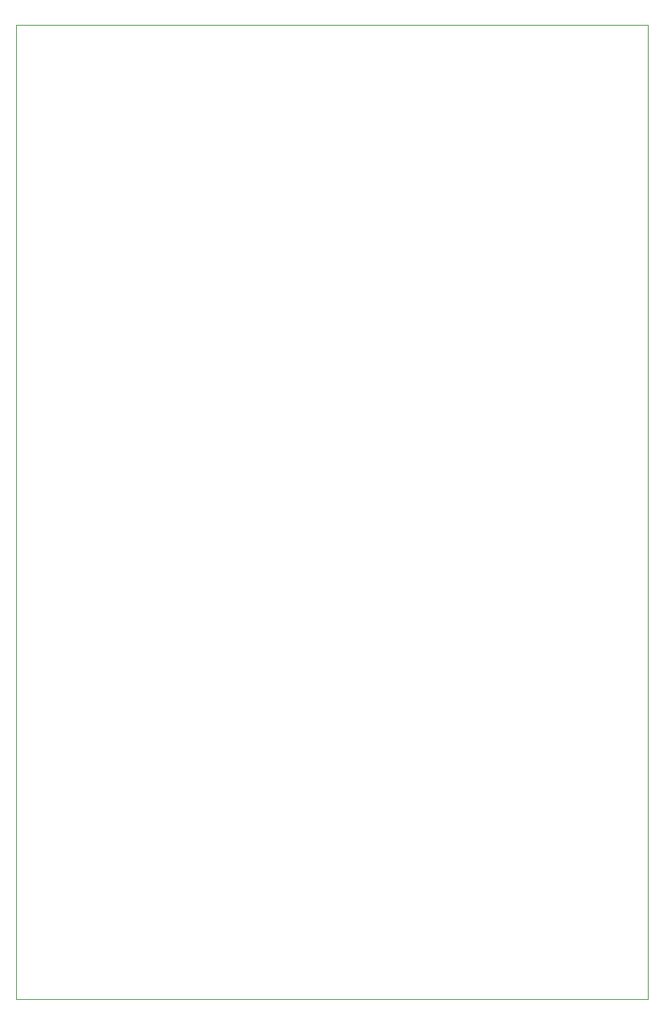
<source format=gm1>
G04 #@! TF.GenerationSoftware,KiCad,Pcbnew,7.0.2*
G04 #@! TF.CreationDate,2023-10-25T06:33:52-04:00*
G04 #@! TF.ProjectId,MacroPad Base,4d616372-6f50-4616-9420-426173652e6b,rev?*
G04 #@! TF.SameCoordinates,Original*
G04 #@! TF.FileFunction,Profile,NP*
%FSLAX46Y46*%
G04 Gerber Fmt 4.6, Leading zero omitted, Abs format (unit mm)*
G04 Created by KiCad (PCBNEW 7.0.2) date 2023-10-25 06:33:52*
%MOMM*%
%LPD*%
G01*
G04 APERTURE LIST*
G04 #@! TA.AperFunction,Profile*
%ADD10C,0.100000*%
G04 #@! TD*
G04 APERTURE END LIST*
D10*
X42123500Y-20329000D02*
X115164500Y-20329000D01*
X115164500Y-132983000D01*
X42123500Y-132983000D01*
X42123500Y-20329000D01*
M02*

</source>
